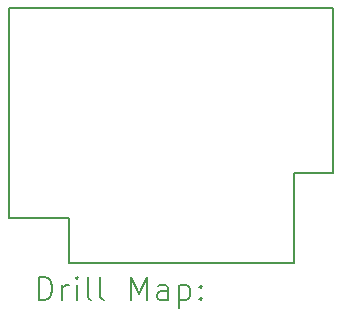
<source format=gbr>
%TF.GenerationSoftware,KiCad,Pcbnew,(6.0.10)*%
%TF.CreationDate,2023-02-01T23:57:24+02:00*%
%TF.ProjectId,Bomb,426f6d62-2e6b-4696-9361-645f70636258,rev?*%
%TF.SameCoordinates,Original*%
%TF.FileFunction,Drillmap*%
%TF.FilePolarity,Positive*%
%FSLAX45Y45*%
G04 Gerber Fmt 4.5, Leading zero omitted, Abs format (unit mm)*
G04 Created by KiCad (PCBNEW (6.0.10)) date 2023-02-01 23:57:24*
%MOMM*%
%LPD*%
G01*
G04 APERTURE LIST*
%ADD10C,0.150000*%
%ADD11C,0.200000*%
G04 APERTURE END LIST*
D10*
X11524000Y-6444000D02*
X11524000Y-4666000D01*
X12032000Y-6444000D02*
X12032000Y-6825000D01*
X13937000Y-6063000D02*
X13937000Y-6825000D01*
X11524000Y-6444000D02*
X12032000Y-6444000D01*
X14267200Y-4666000D02*
X14267200Y-6063000D01*
X13937000Y-6825000D02*
X12032000Y-6825000D01*
X11524000Y-4666000D02*
X14267200Y-4666000D01*
X13937000Y-6063000D02*
X14267200Y-6063000D01*
D11*
X11774119Y-7142976D02*
X11774119Y-6942976D01*
X11821738Y-6942976D01*
X11850309Y-6952500D01*
X11869357Y-6971548D01*
X11878881Y-6990595D01*
X11888405Y-7028690D01*
X11888405Y-7057262D01*
X11878881Y-7095357D01*
X11869357Y-7114405D01*
X11850309Y-7133452D01*
X11821738Y-7142976D01*
X11774119Y-7142976D01*
X11974119Y-7142976D02*
X11974119Y-7009643D01*
X11974119Y-7047738D02*
X11983643Y-7028690D01*
X11993167Y-7019167D01*
X12012214Y-7009643D01*
X12031262Y-7009643D01*
X12097928Y-7142976D02*
X12097928Y-7009643D01*
X12097928Y-6942976D02*
X12088405Y-6952500D01*
X12097928Y-6962024D01*
X12107452Y-6952500D01*
X12097928Y-6942976D01*
X12097928Y-6962024D01*
X12221738Y-7142976D02*
X12202690Y-7133452D01*
X12193167Y-7114405D01*
X12193167Y-6942976D01*
X12326500Y-7142976D02*
X12307452Y-7133452D01*
X12297928Y-7114405D01*
X12297928Y-6942976D01*
X12555071Y-7142976D02*
X12555071Y-6942976D01*
X12621738Y-7085833D01*
X12688405Y-6942976D01*
X12688405Y-7142976D01*
X12869357Y-7142976D02*
X12869357Y-7038214D01*
X12859833Y-7019167D01*
X12840786Y-7009643D01*
X12802690Y-7009643D01*
X12783643Y-7019167D01*
X12869357Y-7133452D02*
X12850309Y-7142976D01*
X12802690Y-7142976D01*
X12783643Y-7133452D01*
X12774119Y-7114405D01*
X12774119Y-7095357D01*
X12783643Y-7076309D01*
X12802690Y-7066786D01*
X12850309Y-7066786D01*
X12869357Y-7057262D01*
X12964595Y-7009643D02*
X12964595Y-7209643D01*
X12964595Y-7019167D02*
X12983643Y-7009643D01*
X13021738Y-7009643D01*
X13040786Y-7019167D01*
X13050309Y-7028690D01*
X13059833Y-7047738D01*
X13059833Y-7104881D01*
X13050309Y-7123928D01*
X13040786Y-7133452D01*
X13021738Y-7142976D01*
X12983643Y-7142976D01*
X12964595Y-7133452D01*
X13145548Y-7123928D02*
X13155071Y-7133452D01*
X13145548Y-7142976D01*
X13136024Y-7133452D01*
X13145548Y-7123928D01*
X13145548Y-7142976D01*
X13145548Y-7019167D02*
X13155071Y-7028690D01*
X13145548Y-7038214D01*
X13136024Y-7028690D01*
X13145548Y-7019167D01*
X13145548Y-7038214D01*
M02*

</source>
